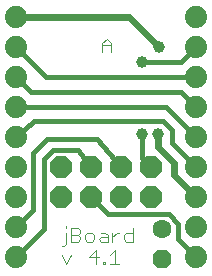
<source format=gtl>
G75*
%MOIN*%
%OFA0B0*%
%FSLAX25Y25*%
%IPPOS*%
%LPD*%
%AMOC8*
5,1,8,0,0,1.08239X$1,22.5*
%
%ADD10C,0.00400*%
%ADD11OC8,0.07400*%
%ADD12OC8,0.06300*%
%ADD13C,0.06300*%
%ADD14C,0.07400*%
%ADD15C,0.03962*%
%ADD16C,0.01600*%
%ADD17C,0.02400*%
D10*
X0025735Y0004625D02*
X0024200Y0007694D01*
X0024200Y0010590D02*
X0024967Y0010590D01*
X0025735Y0011358D01*
X0025735Y0015194D01*
X0025735Y0016729D02*
X0025735Y0017496D01*
X0027269Y0016729D02*
X0029571Y0016729D01*
X0030339Y0015962D01*
X0030339Y0015194D01*
X0029571Y0014427D01*
X0027269Y0014427D01*
X0027269Y0012125D02*
X0027269Y0016729D01*
X0029571Y0014427D02*
X0030339Y0013660D01*
X0030339Y0012892D01*
X0029571Y0012125D01*
X0027269Y0012125D01*
X0027269Y0007694D02*
X0025735Y0004625D01*
X0032641Y0012125D02*
X0031873Y0012892D01*
X0031873Y0014427D01*
X0032641Y0015194D01*
X0034175Y0015194D01*
X0034942Y0014427D01*
X0034942Y0012892D01*
X0034175Y0012125D01*
X0032641Y0012125D01*
X0035710Y0009229D02*
X0033408Y0006927D01*
X0036477Y0006927D01*
X0038012Y0005392D02*
X0038779Y0005392D01*
X0038779Y0004625D01*
X0038012Y0004625D01*
X0038012Y0005392D01*
X0040314Y0004625D02*
X0043383Y0004625D01*
X0041848Y0004625D02*
X0041848Y0009229D01*
X0040314Y0007694D01*
X0041081Y0012125D02*
X0041081Y0015194D01*
X0041081Y0013660D02*
X0042616Y0015194D01*
X0043383Y0015194D01*
X0044918Y0014427D02*
X0045685Y0015194D01*
X0047987Y0015194D01*
X0047987Y0016729D02*
X0047987Y0012125D01*
X0045685Y0012125D01*
X0044918Y0012892D01*
X0044918Y0014427D01*
X0039546Y0014427D02*
X0039546Y0012125D01*
X0037244Y0012125D01*
X0036477Y0012892D01*
X0037244Y0013660D01*
X0039546Y0013660D01*
X0039546Y0014427D02*
X0038779Y0015194D01*
X0037244Y0015194D01*
X0035710Y0009229D02*
X0035710Y0004625D01*
X0037606Y0075250D02*
X0037606Y0078319D01*
X0039140Y0079854D01*
X0040675Y0078319D01*
X0040675Y0075250D01*
X0040675Y0077552D02*
X0037606Y0077552D01*
D11*
X0034000Y0036925D03*
X0034000Y0026925D03*
X0024000Y0026925D03*
X0024000Y0036925D03*
X0044000Y0036925D03*
X0044000Y0026925D03*
X0054000Y0026925D03*
X0054000Y0036925D03*
D12*
X0057750Y0006300D03*
D13*
X0057750Y0016300D03*
D14*
X0009000Y0006925D03*
X0009000Y0016925D03*
X0009000Y0026925D03*
X0009000Y0036925D03*
X0009000Y0046925D03*
X0009000Y0056925D03*
X0009000Y0066925D03*
X0009000Y0076925D03*
X0009000Y0086925D03*
X0069000Y0086925D03*
X0069000Y0076925D03*
X0069000Y0066925D03*
X0069000Y0056925D03*
X0069000Y0046925D03*
X0069000Y0036925D03*
X0069000Y0026925D03*
X0069000Y0016925D03*
X0069000Y0006925D03*
D15*
X0056187Y0047862D03*
X0050875Y0047862D03*
X0050875Y0071925D03*
X0056500Y0076925D03*
D16*
X0050875Y0071925D02*
X0064000Y0071925D01*
X0069000Y0076925D01*
X0069000Y0066925D02*
X0019000Y0066925D01*
X0009000Y0076925D01*
X0009000Y0066925D02*
X0014000Y0061925D01*
X0064000Y0061925D01*
X0069000Y0056925D01*
X0069000Y0046925D02*
X0059000Y0056925D01*
X0009000Y0056925D01*
X0014937Y0052237D02*
X0058062Y0052237D01*
X0060875Y0049425D01*
X0060875Y0045050D01*
X0069000Y0036925D01*
X0059937Y0021300D02*
X0063062Y0018175D01*
X0063062Y0012862D01*
X0069000Y0006925D01*
X0059937Y0021300D02*
X0039625Y0021300D01*
X0034000Y0026925D01*
X0034000Y0036925D02*
X0029625Y0042550D01*
X0021188Y0042550D01*
X0018375Y0039738D01*
X0018375Y0016300D01*
X0009000Y0006925D01*
X0009000Y0016925D02*
X0014625Y0022550D01*
X0014625Y0041613D01*
X0019313Y0046300D01*
X0035875Y0046300D01*
X0044000Y0036925D01*
X0050875Y0040050D02*
X0050875Y0047862D01*
X0050875Y0040050D02*
X0054000Y0036925D01*
X0014937Y0052237D02*
X0009000Y0046925D01*
D17*
X0009000Y0086925D02*
X0046500Y0086925D01*
X0056500Y0076925D01*
X0056187Y0047862D02*
X0056187Y0043800D01*
X0061500Y0038488D01*
X0061500Y0034425D01*
X0069000Y0026925D01*
M02*

</source>
